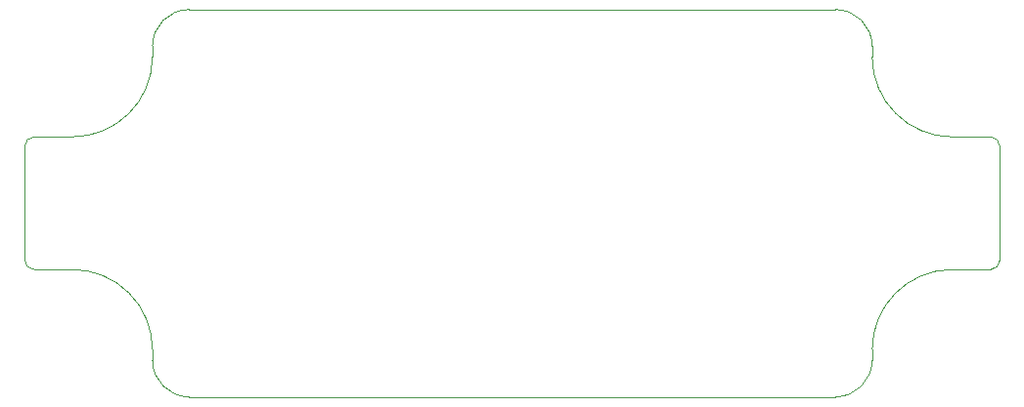
<source format=gbr>
%TF.GenerationSoftware,KiCad,Pcbnew,8.0.7-8.0.7-0~ubuntu24.04.1*%
%TF.CreationDate,2025-01-05T10:18:19-08:00*%
%TF.ProjectId,mini-pdb,6d696e69-2d70-4646-922e-6b696361645f,1.1*%
%TF.SameCoordinates,Original*%
%TF.FileFunction,Profile,NP*%
%FSLAX46Y46*%
G04 Gerber Fmt 4.6, Leading zero omitted, Abs format (unit mm)*
G04 Created by KiCad (PCBNEW 8.0.7-8.0.7-0~ubuntu24.04.1) date 2025-01-05 10:18:19*
%MOMM*%
%LPD*%
G01*
G04 APERTURE LIST*
%TA.AperFunction,Profile*%
%ADD10C,0.076200*%
%TD*%
G04 APERTURE END LIST*
D10*
X247181200Y-120325000D02*
G75*
G02*
X247975000Y-121118800I0J-793800D01*
G01*
X174625000Y-112450000D02*
X174625000Y-113375000D01*
X163575000Y-121118750D02*
X163575000Y-131031250D01*
X233750000Y-109275000D02*
X177800000Y-109275000D01*
X174625000Y-138775000D02*
X174625000Y-139700000D01*
X164368750Y-131825000D02*
X167675000Y-131825000D01*
X167675000Y-131825000D02*
G75*
G02*
X174625000Y-138775000I0J-6950000D01*
G01*
X236925000Y-138775000D02*
G75*
G02*
X243875000Y-131825000I6950000J0D01*
G01*
X236925000Y-139700000D02*
G75*
G02*
X233750000Y-142875000I-3175000J0D01*
G01*
X243875000Y-120325000D02*
G75*
G02*
X236925000Y-113375000I0J6950000D01*
G01*
X236925000Y-113375000D02*
X236925000Y-112450000D01*
X174625000Y-112450000D02*
G75*
G02*
X177800000Y-109275000I3175000J0D01*
G01*
X243875000Y-131825000D02*
X247181200Y-131825000D01*
X177800000Y-142875000D02*
G75*
G02*
X174625000Y-139700000I0J3175000D01*
G01*
X167675000Y-120325000D02*
X164368750Y-120325000D01*
X233750000Y-109275000D02*
G75*
G02*
X236925000Y-112450000I0J-3175000D01*
G01*
X247975000Y-131031200D02*
X247975000Y-121118800D01*
X163575000Y-121118750D02*
G75*
G02*
X164368750Y-120325000I793800J-50D01*
G01*
X236925000Y-139700000D02*
X236925000Y-138775000D01*
X164368750Y-131825000D02*
G75*
G02*
X163575000Y-131031250I50J793800D01*
G01*
X247975000Y-131031200D02*
G75*
G02*
X247181200Y-131825000I-793800J0D01*
G01*
X174625000Y-113375000D02*
G75*
G02*
X167675000Y-120325000I-6950000J0D01*
G01*
X177800000Y-142875000D02*
X233750000Y-142875000D01*
X247181200Y-120325000D02*
X243875000Y-120325000D01*
M02*

</source>
